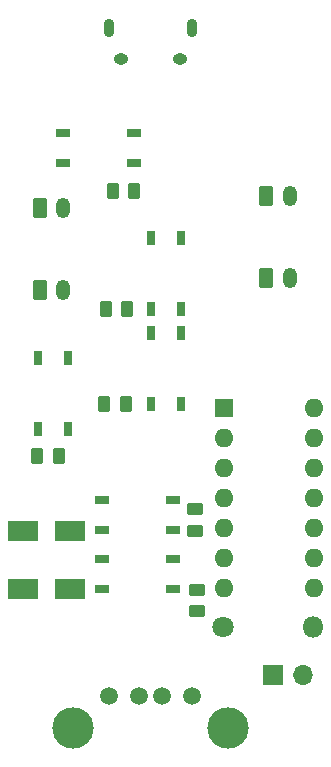
<source format=gbr>
%TF.GenerationSoftware,KiCad,Pcbnew,6.0.5*%
%TF.CreationDate,2022-05-23T21:48:16-04:00*%
%TF.ProjectId,BMS,424d532e-6b69-4636-9164-5f7063625858,rev?*%
%TF.SameCoordinates,Original*%
%TF.FileFunction,Soldermask,Bot*%
%TF.FilePolarity,Negative*%
%FSLAX46Y46*%
G04 Gerber Fmt 4.6, Leading zero omitted, Abs format (unit mm)*
G04 Created by KiCad (PCBNEW 6.0.5) date 2022-05-23 21:48:16*
%MOMM*%
%LPD*%
G01*
G04 APERTURE LIST*
G04 Aperture macros list*
%AMRoundRect*
0 Rectangle with rounded corners*
0 $1 Rounding radius*
0 $2 $3 $4 $5 $6 $7 $8 $9 X,Y pos of 4 corners*
0 Add a 4 corners polygon primitive as box body*
4,1,4,$2,$3,$4,$5,$6,$7,$8,$9,$2,$3,0*
0 Add four circle primitives for the rounded corners*
1,1,$1+$1,$2,$3*
1,1,$1+$1,$4,$5*
1,1,$1+$1,$6,$7*
1,1,$1+$1,$8,$9*
0 Add four rect primitives between the rounded corners*
20,1,$1+$1,$2,$3,$4,$5,0*
20,1,$1+$1,$4,$5,$6,$7,0*
20,1,$1+$1,$6,$7,$8,$9,0*
20,1,$1+$1,$8,$9,$2,$3,0*%
G04 Aperture macros list end*
%ADD10R,1.700000X1.700000*%
%ADD11O,1.700000X1.700000*%
%ADD12C,1.800000*%
%ADD13O,1.800000X1.800000*%
%ADD14RoundRect,0.250000X-0.350000X-0.625000X0.350000X-0.625000X0.350000X0.625000X-0.350000X0.625000X0*%
%ADD15O,1.200000X1.750000*%
%ADD16C,1.500000*%
%ADD17C,3.500000*%
%ADD18R,1.600000X1.600000*%
%ADD19O,1.600000X1.600000*%
%ADD20O,0.890000X1.550000*%
%ADD21O,1.250000X0.950000*%
%ADD22R,0.800000X1.200000*%
%ADD23R,2.500000X1.800000*%
%ADD24R,1.200000X0.800000*%
%ADD25RoundRect,0.250000X0.262500X0.450000X-0.262500X0.450000X-0.262500X-0.450000X0.262500X-0.450000X0*%
%ADD26RoundRect,0.250000X-0.450000X0.262500X-0.450000X-0.262500X0.450000X-0.262500X0.450000X0.262500X0*%
%ADD27RoundRect,0.250000X-0.262500X-0.450000X0.262500X-0.450000X0.262500X0.450000X-0.262500X0.450000X0*%
%ADD28RoundRect,0.250000X0.450000X-0.262500X0.450000X0.262500X-0.450000X0.262500X-0.450000X-0.262500X0*%
G04 APERTURE END LIST*
D10*
%TO.C,J3*%
X25400000Y-56250000D03*
D11*
X27940000Y-56250000D03*
%TD*%
D12*
%TO.C,D1*%
X21140000Y-52150000D03*
D13*
X28760000Y-52150000D03*
%TD*%
D14*
%TO.C,BT1*%
X5600000Y-16650000D03*
D15*
X7600000Y-16650000D03*
%TD*%
D16*
%TO.C,J2*%
X11500000Y-58000000D03*
X14000000Y-58000000D03*
X16000000Y-58000000D03*
X18500000Y-58000000D03*
D17*
X21570000Y-60710000D03*
X8430000Y-60710000D03*
%TD*%
D14*
%TO.C,BT3*%
X5600000Y-23600000D03*
D15*
X7600000Y-23600000D03*
%TD*%
D14*
%TO.C,BT2*%
X24800000Y-15700000D03*
D15*
X26800000Y-15700000D03*
%TD*%
D18*
%TO.C,U12*%
X21200000Y-33575000D03*
D19*
X21200000Y-36115000D03*
X21200000Y-38655000D03*
X21200000Y-41195000D03*
X21200000Y-43735000D03*
X21200000Y-46275000D03*
X21200000Y-48815000D03*
X28820000Y-48815000D03*
X28820000Y-46275000D03*
X28820000Y-43735000D03*
X28820000Y-41195000D03*
X28820000Y-38655000D03*
X28820000Y-36115000D03*
X28820000Y-33575000D03*
%TD*%
D20*
%TO.C,J1*%
X11500000Y-1400000D03*
D21*
X12500000Y-4100000D03*
D20*
X18500000Y-1400000D03*
D21*
X17500000Y-4100000D03*
%TD*%
D14*
%TO.C,BT4*%
X24800000Y-22600000D03*
D15*
X26800000Y-22600000D03*
%TD*%
D22*
%TO.C,U5*%
X7970000Y-35400000D03*
X5430000Y-35400000D03*
X5430000Y-29400000D03*
X7970000Y-29400000D03*
%TD*%
D23*
%TO.C,D4*%
X4170000Y-48900000D03*
X8170000Y-48900000D03*
%TD*%
%TO.C,D3*%
X4170000Y-44000000D03*
X8170000Y-44000000D03*
%TD*%
D24*
%TO.C,U2*%
X13600000Y-10330000D03*
X13600000Y-12870000D03*
X7600000Y-12870000D03*
X7600000Y-10330000D03*
%TD*%
D25*
%TO.C,R6*%
X12912500Y-33300000D03*
X11087500Y-33300000D03*
%TD*%
D24*
%TO.C,U3*%
X16870000Y-41430000D03*
X16870000Y-43970000D03*
X10870000Y-43970000D03*
X10870000Y-41430000D03*
%TD*%
D26*
%TO.C,R5*%
X18900000Y-48987500D03*
X18900000Y-50812500D03*
%TD*%
D25*
%TO.C,R3*%
X13025000Y-25200000D03*
X11200000Y-25200000D03*
%TD*%
D22*
%TO.C,U4*%
X17570000Y-25200000D03*
X15030000Y-25200000D03*
X15030000Y-19200000D03*
X17570000Y-19200000D03*
%TD*%
%TO.C,U7*%
X17570000Y-33300000D03*
X15030000Y-33300000D03*
X15030000Y-27300000D03*
X17570000Y-27300000D03*
%TD*%
D27*
%TO.C,R4*%
X5387500Y-37700000D03*
X7212500Y-37700000D03*
%TD*%
D25*
%TO.C,R1*%
X13612500Y-15200000D03*
X11787500Y-15200000D03*
%TD*%
D28*
%TO.C,R2*%
X18800000Y-44012500D03*
X18800000Y-42187500D03*
%TD*%
D24*
%TO.C,U6*%
X16870000Y-46430000D03*
X16870000Y-48970000D03*
X10870000Y-48970000D03*
X10870000Y-46430000D03*
%TD*%
M02*

</source>
